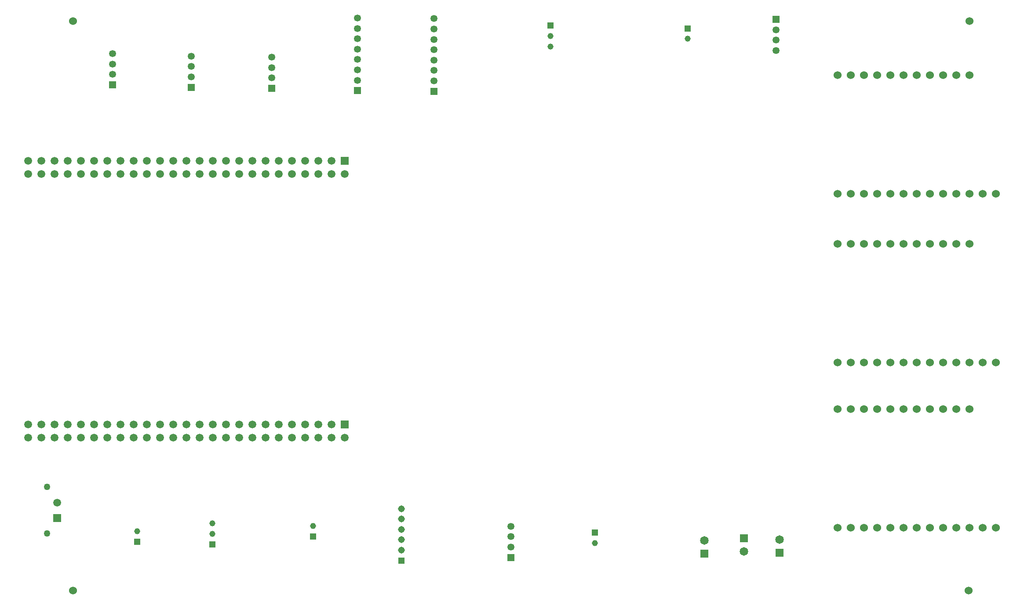
<source format=gbr>
%TF.GenerationSoftware,Altium Limited,Altium Designer,20.2.5 (213)*%
G04 Layer_Color=255*
%FSLAX26Y26*%
%MOIN*%
%TF.SameCoordinates,9BAFD9CD-774C-4051-972E-F2DD54F50950*%
%TF.FilePolarity,Positive*%
%TF.FileFunction,Pads,Bot*%
%TF.Part,Single*%
G01*
G75*
%TA.AperFunction,ComponentPad*%
%ADD26C,0.060000*%
%ADD27C,0.045276*%
%ADD28R,0.045276X0.045276*%
%ADD29R,0.053150X0.053150*%
%ADD30C,0.053150*%
%ADD31C,0.059370*%
%ADD32R,0.059370X0.059370*%
%ADD33R,0.064961X0.064961*%
%ADD34C,0.064961*%
%ADD35R,0.059843X0.059843*%
%ADD36C,0.059843*%
%ADD37C,0.050000*%
%ADD38R,0.051496X0.051496*%
%ADD39C,0.051496*%
%TA.AperFunction,ViaPad*%
%ADD40C,0.060000*%
D26*
X7825000Y3910000D02*
D03*
X7725000D02*
D03*
X7625000D02*
D03*
X7525000D02*
D03*
X7425000D02*
D03*
X7325000D02*
D03*
X7225000D02*
D03*
X7125000D02*
D03*
X7025000D02*
D03*
X6925000D02*
D03*
X6825000D02*
D03*
X6725000D02*
D03*
X6625000D02*
D03*
X7825000Y2630000D02*
D03*
X7725000D02*
D03*
X7625000D02*
D03*
X7525000D02*
D03*
X7425000D02*
D03*
X7325000D02*
D03*
X7225000D02*
D03*
X7125000D02*
D03*
X7025000D02*
D03*
X6925000D02*
D03*
X6825000D02*
D03*
X6725000D02*
D03*
X6625000D02*
D03*
Y4810000D02*
D03*
X6725000D02*
D03*
X6825000D02*
D03*
X6925000D02*
D03*
X7025000D02*
D03*
X7125000D02*
D03*
X7225000D02*
D03*
X7325000D02*
D03*
X7425000D02*
D03*
X7525000D02*
D03*
X7625000D02*
D03*
Y2275000D02*
D03*
X7525000D02*
D03*
X7425000D02*
D03*
X7325000D02*
D03*
X7225000D02*
D03*
X7125000D02*
D03*
X7025000D02*
D03*
X6925000D02*
D03*
X6825000D02*
D03*
X6725000D02*
D03*
X6625000D02*
D03*
X7625000Y3530000D02*
D03*
X7525000D02*
D03*
X7425000D02*
D03*
X7325000D02*
D03*
X7225000D02*
D03*
X7125000D02*
D03*
X7025000D02*
D03*
X6925000D02*
D03*
X6825000D02*
D03*
X6725000D02*
D03*
X6625000D02*
D03*
Y1375000D02*
D03*
X6725000D02*
D03*
X6825000D02*
D03*
X6925000D02*
D03*
X7025000D02*
D03*
X7125000D02*
D03*
X7225000D02*
D03*
X7325000D02*
D03*
X7425000D02*
D03*
X7525000D02*
D03*
X7625000D02*
D03*
X7725000D02*
D03*
X7825000D02*
D03*
D27*
X1885000Y1408740D02*
D03*
Y1330000D02*
D03*
X1315000Y1348740D02*
D03*
X4785000Y1261260D02*
D03*
X4450000Y5027520D02*
D03*
Y5106260D02*
D03*
X2650000Y1388740D02*
D03*
X5490000Y5085000D02*
D03*
D28*
X1885000Y1251260D02*
D03*
X1315000Y1270000D02*
D03*
X4785000Y1340000D02*
D03*
X4450000Y5185000D02*
D03*
X2650000Y1310000D02*
D03*
X5490000Y5163740D02*
D03*
D29*
X4150000Y1151260D02*
D03*
X2985000Y4692520D02*
D03*
X6160000Y5232480D02*
D03*
X1130000Y4736260D02*
D03*
X3565000Y4687520D02*
D03*
X2335000Y4710000D02*
D03*
X1725000Y4717520D02*
D03*
D30*
X4150000Y1230000D02*
D03*
Y1308740D02*
D03*
Y1387480D02*
D03*
X2985000Y5243702D02*
D03*
Y5164960D02*
D03*
Y5086220D02*
D03*
Y5007480D02*
D03*
Y4928740D02*
D03*
Y4850000D02*
D03*
Y4771260D02*
D03*
X6160000Y4996260D02*
D03*
Y5075000D02*
D03*
Y5153740D02*
D03*
X1130000Y4972480D02*
D03*
Y4893740D02*
D03*
Y4815000D02*
D03*
X3565000Y4766260D02*
D03*
Y4845000D02*
D03*
Y4923740D02*
D03*
Y5002480D02*
D03*
Y5081220D02*
D03*
Y5159960D02*
D03*
Y5238700D02*
D03*
X2335000Y4788740D02*
D03*
Y4867480D02*
D03*
Y4946220D02*
D03*
X1725000Y4796260D02*
D03*
Y4875000D02*
D03*
Y4953740D02*
D03*
D31*
X490000Y2060000D02*
D03*
Y2160000D02*
D03*
X590000Y2060000D02*
D03*
Y2160000D02*
D03*
X690000Y2060000D02*
D03*
Y2160000D02*
D03*
X790000Y2060000D02*
D03*
Y2160000D02*
D03*
X890000Y2060000D02*
D03*
Y2160000D02*
D03*
X990000Y2060000D02*
D03*
Y2160000D02*
D03*
X1090000Y2060000D02*
D03*
Y2160000D02*
D03*
X1190000Y2060000D02*
D03*
Y2160000D02*
D03*
X1290000Y2060000D02*
D03*
Y2160000D02*
D03*
X1390000Y2060000D02*
D03*
Y2160000D02*
D03*
X1490000Y2060000D02*
D03*
Y2160000D02*
D03*
X1590000Y2060000D02*
D03*
Y2160000D02*
D03*
X1690000Y2060000D02*
D03*
Y2160000D02*
D03*
X1790000Y2060000D02*
D03*
Y2160000D02*
D03*
X1890000Y2060000D02*
D03*
Y2160000D02*
D03*
X1990000Y2060000D02*
D03*
Y2160000D02*
D03*
X2090000Y2060000D02*
D03*
Y2160000D02*
D03*
X2190000Y2060000D02*
D03*
Y2160000D02*
D03*
X2290000Y2060000D02*
D03*
Y2160000D02*
D03*
X2390000Y2060000D02*
D03*
Y2160000D02*
D03*
X2490000Y2060000D02*
D03*
Y2160000D02*
D03*
X2590000Y2060000D02*
D03*
Y2160000D02*
D03*
X2690000Y2060000D02*
D03*
Y2160000D02*
D03*
X2790000Y2060000D02*
D03*
Y2160000D02*
D03*
X2890000Y2060000D02*
D03*
X490000Y4060000D02*
D03*
Y4160000D02*
D03*
X590000Y4060000D02*
D03*
Y4160000D02*
D03*
X690000Y4060000D02*
D03*
Y4160000D02*
D03*
X790000Y4060000D02*
D03*
Y4160000D02*
D03*
X890000Y4060000D02*
D03*
Y4160000D02*
D03*
X990000Y4060000D02*
D03*
Y4160000D02*
D03*
X1090000Y4060000D02*
D03*
Y4160000D02*
D03*
X1190000Y4060000D02*
D03*
Y4160000D02*
D03*
X1290000Y4060000D02*
D03*
Y4160000D02*
D03*
X1390000Y4060000D02*
D03*
Y4160000D02*
D03*
X1490000Y4060000D02*
D03*
Y4160000D02*
D03*
X1590000Y4060000D02*
D03*
Y4160000D02*
D03*
X1690000Y4060000D02*
D03*
Y4160000D02*
D03*
X1790000Y4060000D02*
D03*
Y4160000D02*
D03*
X1890000Y4060000D02*
D03*
Y4160000D02*
D03*
X1990000Y4060000D02*
D03*
Y4160000D02*
D03*
X2090000Y4060000D02*
D03*
Y4160000D02*
D03*
X2190000Y4060000D02*
D03*
Y4160000D02*
D03*
X2290000Y4060000D02*
D03*
Y4160000D02*
D03*
X2390000Y4060000D02*
D03*
Y4160000D02*
D03*
X2490000Y4060000D02*
D03*
Y4160000D02*
D03*
X2590000Y4060000D02*
D03*
Y4160000D02*
D03*
X2690000Y4060000D02*
D03*
Y4160000D02*
D03*
X2790000Y4060000D02*
D03*
Y4160000D02*
D03*
X2890000Y4060000D02*
D03*
D32*
Y2160000D02*
D03*
Y4160000D02*
D03*
D33*
X6185000Y1185000D02*
D03*
X5915000Y1295000D02*
D03*
X5615000Y1180000D02*
D03*
D34*
X6185000Y1285000D02*
D03*
X5915000Y1195000D02*
D03*
X5615000Y1280000D02*
D03*
D35*
X710000Y1450000D02*
D03*
D36*
Y1568110D02*
D03*
D37*
X632834Y1331890D02*
D03*
Y1686220D02*
D03*
D38*
X3320000Y1127520D02*
D03*
D39*
Y1206260D02*
D03*
Y1285000D02*
D03*
Y1363740D02*
D03*
Y1442480D02*
D03*
Y1521220D02*
D03*
D40*
X830000Y900000D02*
D03*
X7620000D02*
D03*
X7625000Y5220000D02*
D03*
X830000D02*
D03*
%TF.MD5,96ab9ff78080871e136fe8a7b9295c8c*%
M02*

</source>
